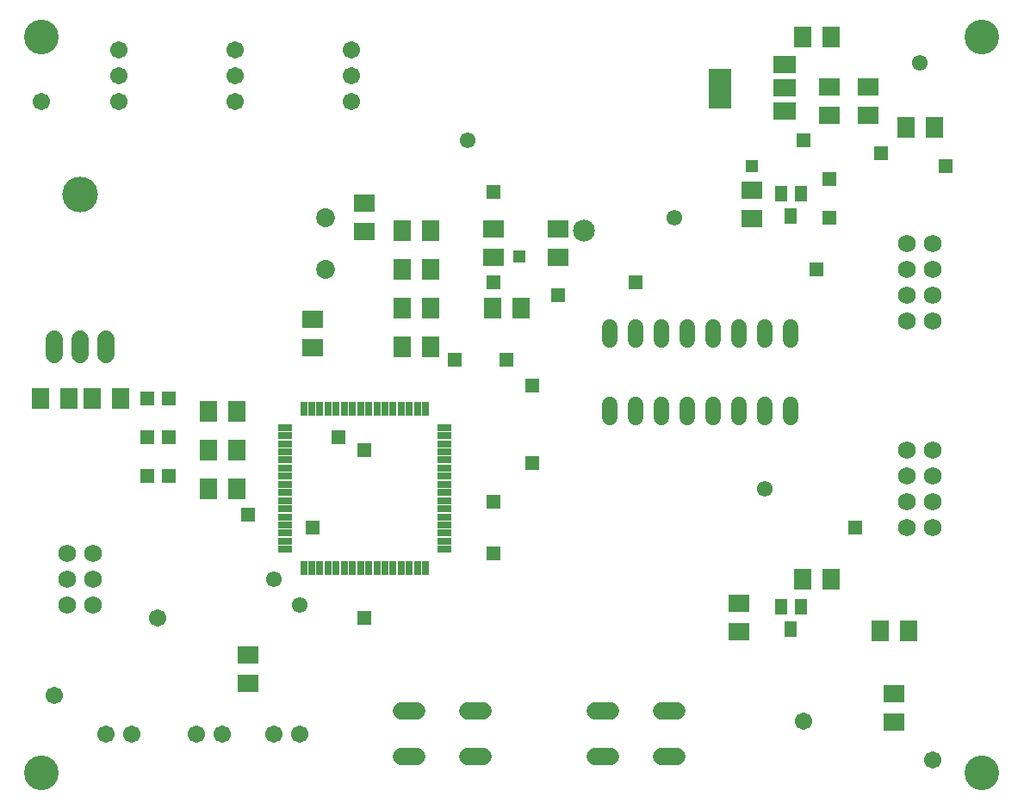
<source format=gts>
G75*
G70*
%OFA0B0*%
%FSLAX24Y24*%
%IPPOS*%
%LPD*%
%AMOC8*
5,1,8,0,0,1.08239X$1,22.5*
%
%ADD10C,0.1340*%
%ADD11R,0.0300X0.0550*%
%ADD12R,0.0550X0.0300*%
%ADD13C,0.0674*%
%ADD14R,0.0870X0.0670*%
%ADD15R,0.0870X0.1580*%
%ADD16C,0.0730*%
%ADD17R,0.0710X0.0789*%
%ADD18R,0.0789X0.0710*%
%ADD19C,0.0682*%
%ADD20C,0.0680*%
%ADD21C,0.0600*%
%ADD22C,0.1380*%
%ADD23R,0.0552X0.0552*%
%ADD24R,0.0474X0.0631*%
%ADD25R,0.0555X0.0555*%
%ADD26C,0.0848*%
%ADD27C,0.0671*%
%ADD28C,0.0611*%
%ADD29R,0.0476X0.0476*%
D10*
X001760Y001760D03*
X001760Y030260D03*
X038160Y030260D03*
X038160Y001760D03*
D11*
X016622Y009689D03*
X016307Y009689D03*
X015992Y009689D03*
X015677Y009689D03*
X015362Y009689D03*
X015047Y009689D03*
X014732Y009689D03*
X014417Y009689D03*
X014103Y009689D03*
X013788Y009689D03*
X013473Y009689D03*
X013158Y009689D03*
X012843Y009689D03*
X012528Y009689D03*
X012213Y009689D03*
X011898Y009689D03*
X011898Y015831D03*
X012213Y015831D03*
X012528Y015831D03*
X012843Y015831D03*
X013158Y015831D03*
X013473Y015831D03*
X013788Y015831D03*
X014103Y015831D03*
X014417Y015831D03*
X014732Y015831D03*
X015047Y015831D03*
X015362Y015831D03*
X015677Y015831D03*
X015992Y015831D03*
X016307Y015831D03*
X016622Y015831D03*
D12*
X017331Y015122D03*
X017331Y014807D03*
X017331Y014492D03*
X017331Y014177D03*
X017331Y013862D03*
X017331Y013547D03*
X017331Y013232D03*
X017331Y012917D03*
X017331Y012603D03*
X017331Y012288D03*
X017331Y011973D03*
X017331Y011658D03*
X017331Y011343D03*
X017331Y011028D03*
X017331Y010713D03*
X017331Y010398D03*
X011189Y010398D03*
X011189Y010713D03*
X011189Y011028D03*
X011189Y011343D03*
X011189Y011658D03*
X011189Y011973D03*
X011189Y012288D03*
X011189Y012603D03*
X011189Y012917D03*
X011189Y013232D03*
X011189Y013547D03*
X011189Y013862D03*
X011189Y014177D03*
X011189Y014492D03*
X011189Y014807D03*
X011189Y015122D03*
D13*
X010760Y003260D03*
X011760Y003260D03*
X008760Y003260D03*
X007760Y003260D03*
X005260Y003260D03*
X004260Y003260D03*
X004760Y027760D03*
X004760Y028760D03*
X004760Y029760D03*
X009260Y029760D03*
X009260Y028760D03*
X009260Y027760D03*
X013760Y027760D03*
X013760Y028760D03*
X013760Y029760D03*
D14*
X030500Y029170D03*
X030500Y028270D03*
X030500Y027370D03*
D15*
X028020Y028260D03*
D16*
X012760Y023260D03*
X012760Y021260D03*
D17*
X015709Y021260D03*
X016811Y021260D03*
X016811Y019760D03*
X015709Y019760D03*
X015709Y018260D03*
X016811Y018260D03*
X019209Y019760D03*
X020311Y019760D03*
X016811Y022760D03*
X015709Y022760D03*
X009311Y015760D03*
X008209Y015760D03*
X008209Y014260D03*
X009311Y014260D03*
X009311Y012760D03*
X008209Y012760D03*
X004811Y016260D03*
X003709Y016260D03*
X002811Y016260D03*
X001709Y016260D03*
X031209Y009260D03*
X032311Y009260D03*
X034209Y007260D03*
X035311Y007260D03*
X035209Y026760D03*
X036311Y026760D03*
X032311Y030260D03*
X031209Y030260D03*
D18*
X032260Y028311D03*
X032260Y027209D03*
X033760Y027209D03*
X033760Y028311D03*
X029260Y024311D03*
X029260Y023209D03*
X021760Y022811D03*
X021760Y021709D03*
X019260Y021709D03*
X019260Y022811D03*
X014260Y022709D03*
X014260Y023811D03*
X012260Y019311D03*
X012260Y018209D03*
X009760Y006311D03*
X009760Y005209D03*
X028760Y007209D03*
X028760Y008311D03*
X034760Y004811D03*
X034760Y003709D03*
D19*
X035260Y011260D03*
X036260Y011260D03*
X036260Y012260D03*
X035260Y012260D03*
X035260Y013260D03*
X036260Y013260D03*
X036260Y014260D03*
X035260Y014260D03*
X035260Y019260D03*
X036260Y019260D03*
X036260Y020260D03*
X035260Y020260D03*
X035260Y021260D03*
X036260Y021260D03*
X036260Y022260D03*
X035260Y022260D03*
X003760Y010260D03*
X002760Y010260D03*
X002760Y009260D03*
X002760Y008260D03*
X003760Y008260D03*
X003760Y009260D03*
D20*
X003260Y017960D02*
X003260Y018560D01*
X004260Y018560D02*
X004260Y017960D01*
X002260Y017960D02*
X002260Y018560D01*
X015680Y004150D02*
X016280Y004150D01*
X016280Y002370D02*
X015680Y002370D01*
X018240Y002370D02*
X018840Y002370D01*
X018840Y004150D02*
X018240Y004150D01*
X023180Y004150D02*
X023780Y004150D01*
X023780Y002370D02*
X023180Y002370D01*
X025740Y002370D02*
X026340Y002370D01*
X026340Y004150D02*
X025740Y004150D01*
D21*
X025760Y015500D02*
X025760Y016020D01*
X026760Y016020D02*
X026760Y015500D01*
X027760Y015500D02*
X027760Y016020D01*
X028760Y016020D02*
X028760Y015500D01*
X029760Y015500D02*
X029760Y016020D01*
X030760Y016020D02*
X030760Y015500D01*
X030760Y018500D02*
X030760Y019020D01*
X029760Y019020D02*
X029760Y018500D01*
X028760Y018500D02*
X028760Y019020D01*
X027760Y019020D02*
X027760Y018500D01*
X026760Y018500D02*
X026760Y019020D01*
X025760Y019020D02*
X025760Y018500D01*
X024760Y018500D02*
X024760Y019020D01*
X023760Y019020D02*
X023760Y018500D01*
X023760Y016020D02*
X023760Y015500D01*
X024760Y015500D02*
X024760Y016020D01*
D22*
X003260Y024160D03*
D23*
X005847Y016260D03*
X006673Y016260D03*
X006673Y014760D03*
X005847Y014760D03*
X005847Y013260D03*
X006673Y013260D03*
D24*
X030386Y008193D03*
X031134Y008193D03*
X030760Y007327D03*
X030760Y023327D03*
X030386Y024193D03*
X031134Y024193D03*
D25*
X032260Y024760D03*
X032260Y023260D03*
X031760Y021260D03*
X036760Y025260D03*
X034260Y025760D03*
X031260Y026260D03*
X024760Y020760D03*
X021760Y020260D03*
X019260Y020760D03*
X019760Y017760D03*
X020760Y016760D03*
X017760Y017760D03*
X014260Y014260D03*
X013260Y014760D03*
X009760Y011760D03*
X012260Y011260D03*
X014260Y007760D03*
X019260Y010260D03*
X019260Y012260D03*
X020760Y013760D03*
X033260Y011260D03*
X019260Y024260D03*
D26*
X022760Y022760D03*
D27*
X006260Y007760D03*
X002260Y004760D03*
X001760Y027760D03*
X031260Y003760D03*
X036260Y002260D03*
D28*
X029760Y012760D03*
X026260Y023260D03*
X018260Y026260D03*
X035760Y029260D03*
X010760Y009260D03*
X011760Y008260D03*
D29*
X020260Y021760D03*
X029260Y025260D03*
M02*

</source>
